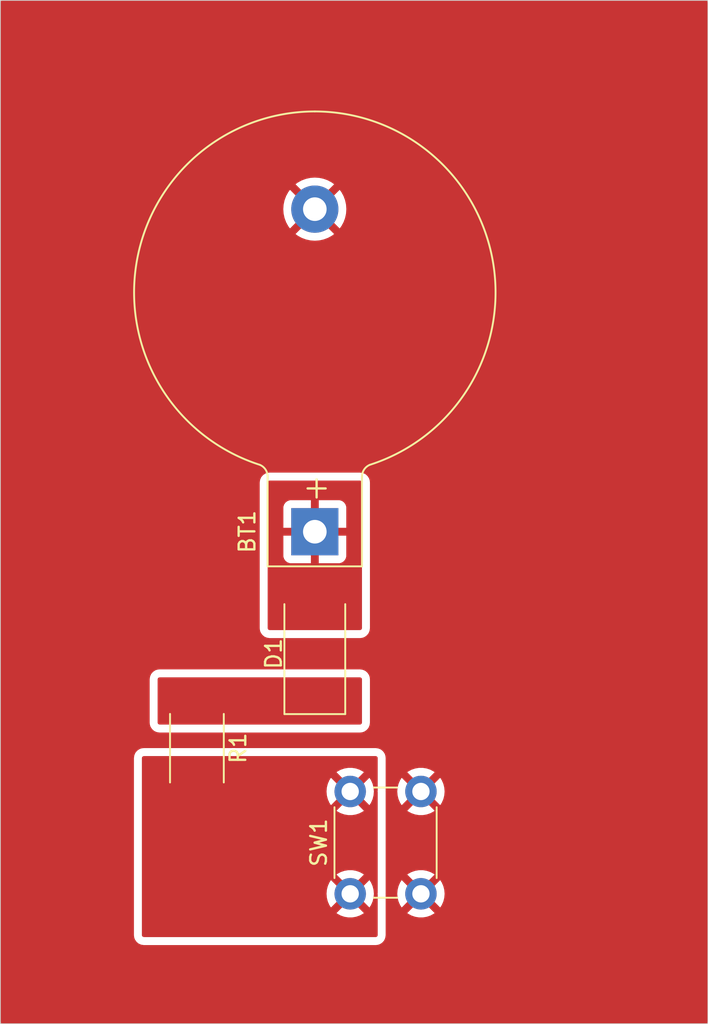
<source format=kicad_pcb>
(kicad_pcb (version 20240108) (generator "pcbnew") (generator_version "8.0")
  (layers (0 "F.Cu" signal) (31 "B.Cu" signal) (34 "B.Paste" user) (35 "F.Paste" user) (36 "B.SilkS" user "B.Silkscreen") (37 "F.SilkS" user "F.Silkscreen") (38 "B.Mask" user) (39 "F.Mask" user) (44 "Edge.Cuts" user))
  (net 0 "")
  (net 1 "Net-(BT1-+)")
  (net 2 "GND")
  (net 3 "Net-(D1-K)")
  (net 4 "Net-(SW1-A)")
  (footprint "LED_SMD:LED_2512_6332Metric" (layer "F.Cu") (at 60 76.5 90)
    (property "Reference" "D1" (at 0 -2.62 270) (layer "F.SilkS"))
    (property "Value" "LED")
    (fp_line (start 3.15 -1.935) (end -3.835 -1.935) (stroke (width 0.12)) (layer "F.SilkS"))
    (fp_line (start -3.835 -1.935) (end -3.835 1.935) (stroke (width 0.12)) (layer "F.SilkS"))
    (fp_line (start -3.835 1.935) (end 3.15 1.935) (stroke (width 0.12)) (layer "F.SilkS"))
    (pad "1" smd roundrect (at -2.9 0 90) (size 1.35 3.35) (layers "F.Cu" "F.Paste" "F.Mask") (roundrect_rratio 0.185185) (net 3 "Net-(D1-K)"))
    (pad "2" smd roundrect (at 2.9 0 90) (size 1.35 3.35) (layers "F.Cu" "F.Paste" "F.Mask") (roundrect_rratio 0.185185) (net 1 "Net-(BT1-+)"))
  )
  (footprint "Battery:BatteryHolder_Keystone_103_1x20mm" (layer "F.Cu") (at 59.999999 68.75 90)
    (property "Reference" "BT1" (at 0 -4.3 270) (layer "F.SilkS"))
    (property "Value" "Battery_Cell")
    (fp_line (start -2.2 -3) (end 3.5 -3) (stroke (width 0.12)) (layer "F.SilkS"))
    (fp_line (start -2.2 3) (end -2.2 -3) (stroke (width 0.12)) (layer "F.SilkS"))
    (fp_line (start -2.2 3) (end 3.5 3) (stroke (width 0.12)) (layer "F.SilkS"))
    (fp_arc (start 4.25 -3.5) (mid 3.950694 -3.136459) (end 3.5 -3) (stroke (width 0.12)) (layer "F.SilkS"))
    (fp_arc (start 4.25 -3.5) (mid 16.971103 -11.358466) (end 26.695671 0) (stroke (width 0.12)) (layer "F.SilkS"))
    (fp_arc (start 26.695671 0) (mid 16.971103 11.358466) (end 4.25 3.5) (stroke (width 0.12)) (layer "F.SilkS"))
    (fp_arc (start 3.5 3) (mid 3.950694 3.136459) (end 4.25 3.5) (stroke (width 0.12)) (layer "F.SilkS"))
    (fp_text user "+" (at 2.75 0 270) (layer "F.SilkS") (effects (font (size 1.5 1.5))))
    (pad "1" thru_hole rect (at 0 0 90) (size 3 3) (drill 1.5) (layers "*.Cu" "*.Mask") (net 1 "Net-(BT1-+)"))
    (pad "2" thru_hole circle (at 20.49 0 90) (size 3 3) (drill 1.5) (layers "*.Cu" "*.Mask") (net 2 "GND"))
  )
  (footprint "Button_Switch_THT:SW_PUSH_6mm" (layer "F.Cu") (at 62.25 91.75 90)
    (property "Reference" "SW1" (at 3.25 -2 270) (layer "F.SilkS"))
    (property "Value" "SW_SPST")
    (fp_line (start 5.5 -1) (end 1 -1) (stroke (width 0.12)) (layer "F.SilkS"))
    (fp_line (start -0.25 1.5) (end -0.25 3) (stroke (width 0.12)) (layer "F.SilkS"))
    (fp_line (start 6.75 3) (end 6.75 1.5) (stroke (width 0.12)) (layer "F.SilkS"))
    (fp_line (start 1 5.5) (end 5.5 5.5) (stroke (width 0.12)) (layer "F.SilkS"))
    (pad "1" thru_hole circle (at 0 0 180) (size 2 2) (drill 1.1) (layers "*.Cu" "*.Mask") (net 4 "Net-(SW1-A)"))
    (pad "1" thru_hole circle (at 6.5 0 180) (size 2 2) (drill 1.1) (layers "*.Cu" "*.Mask") (net 4 "Net-(SW1-A)"))
    (pad "2" thru_hole circle (at 0 4.5 180) (size 2 2) (drill 1.1) (layers "*.Cu" "*.Mask") (net 2 "GND"))
    (pad "2" thru_hole circle (at 6.5 4.5 180) (size 2 2) (drill 1.1) (layers "*.Cu" "*.Mask") (net 2 "GND"))
  )
  (footprint "Resistor_SMD:R_2512_6332Metric" (layer "F.Cu") (at 52.5 82.5 -90)
    (property "Reference" "R1" (at 0 -2.62 90) (layer "F.SilkS"))
    (property "Value" "R_US")
    (fp_line (start -2.177064 1.71) (end 2.177064 1.71) (stroke (width 0.12)) (layer "F.SilkS"))
    (fp_line (start -2.177064 -1.71) (end 2.177064 -1.71) (stroke (width 0.12)) (layer "F.SilkS"))
    (pad "1" smd roundrect (at -2.9625 0 270) (size 1.225 3.35) (layers "F.Cu" "F.Paste" "F.Mask") (roundrect_rratio 0.204082) (net 3 "Net-(D1-K)"))
    (pad "2" smd roundrect (at 2.9625 0 270) (size 1.225 3.35) (layers "F.Cu" "F.Paste" "F.Mask") (roundrect_rratio 0.204082) (net 4 "Net-(SW1-A)"))
  )
  (gr_line (start 85 35) (end 40 35) (stroke (width 0.05)) (layer "Edge.Cuts"))
  (gr_line (start 85 100) (end 85 35) (stroke (width 0.05)) (layer "Edge.Cuts"))
  (gr_line (start 40 100) (end 85 100) (stroke (width 0.05)) (layer "Edge.Cuts"))
  (gr_line (start 40 35) (end 40 100) (stroke (width 0.05)) (layer "Edge.Cuts"))
  (zone (net 2) (net_name "GND") (layer "F.Cu") (connect_pads (clearance 0.5)) (min_thickness 0.25) (fill yes (thermal_gap 0.5) (thermal_bridge_width 0.5))
    (polygon (pts (xy 40 100) (xy 40 35) (xy 85 35) (xy 85 100)))
  )
  (zone (net 3) (net_name "Net-(D1-K)") (layer "F.Cu") (priority 2) (connect_pads thru_hole_only (clearance 0.5)) (min_thickness 0.25) (fill yes (thermal_gap 0.5) (thermal_bridge_width 0.5))
    (polygon (pts (xy 50 78) (xy 63 78) (xy 63 81) (xy 50 81)))
  )
  (zone (net 4) (net_name "Net-(SW1-A)") (layer "F.Cu") (priority 3) (connect_pads thru_hole_only (clearance 0.5)) (min_thickness 0.25) (fill yes (thermal_gap 0.5) (thermal_bridge_width 0.5))
    (polygon (pts (xy 49 83) (xy 64 83) (xy 64 94.5) (xy 49 94.5)))
  )
  (zone (net 1) (net_name "Net-(BT1-+)") (layer "F.Cu") (priority 1) (connect_pads thru_hole_only (clearance 0.5)) (min_thickness 0.25) (fill yes (thermal_gap 0.5) (thermal_bridge_width 0.5))
    (polygon (pts (xy 63 75) (xy 63 65.5) (xy 57 65.5) (xy 57 75)))
  )
)
</source>
